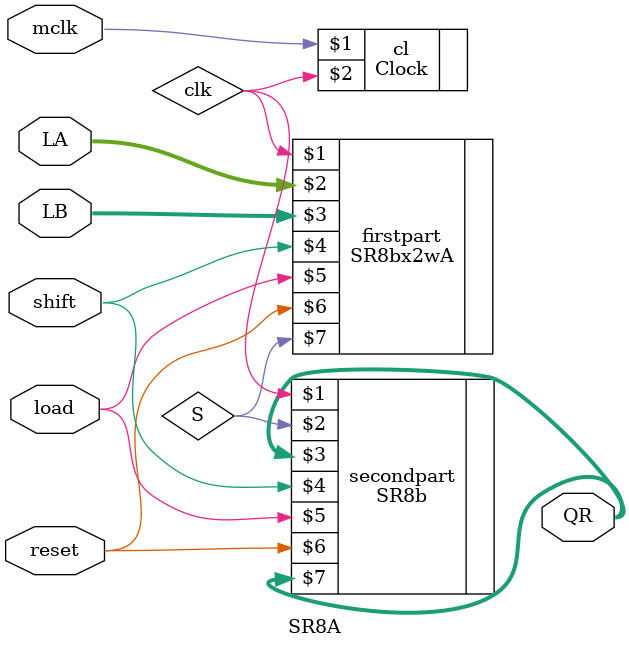
<source format=sv>
`timescale 1ns / 1ps


module SR8A(
    input logic mclk,
    input logic [7:0] LA, LB,
    input logic shift, load, reset,
    output logic [7:0] QR
    );
    logic S, clk;
    
    Clock cl(mclk, clk);
    
    SR8bx2wA firstpart(clk, LA,LB,shift,load,reset,S);
    SR8b secondpart(clk,S,QR,shift,load,reset,QR);
    
endmodule

</source>
